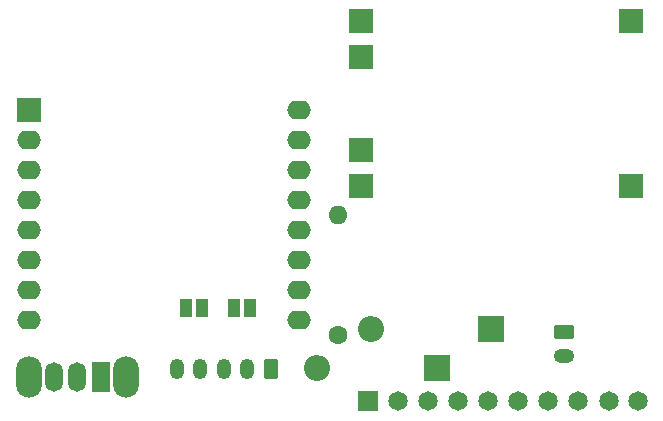
<source format=gbs>
%TF.GenerationSoftware,KiCad,Pcbnew,(6.0.2)*%
%TF.CreationDate,2022-02-27T07:15:14-05:00*%
%TF.ProjectId,breakout_slime,62726561-6b6f-4757-945f-736c696d652e,0.1*%
%TF.SameCoordinates,Original*%
%TF.FileFunction,Soldermask,Bot*%
%TF.FilePolarity,Negative*%
%FSLAX46Y46*%
G04 Gerber Fmt 4.6, Leading zero omitted, Abs format (unit mm)*
G04 Created by KiCad (PCBNEW (6.0.2)) date 2022-02-27 07:15:14*
%MOMM*%
%LPD*%
G01*
G04 APERTURE LIST*
G04 Aperture macros list*
%AMRoundRect*
0 Rectangle with rounded corners*
0 $1 Rounding radius*
0 $2 $3 $4 $5 $6 $7 $8 $9 X,Y pos of 4 corners*
0 Add a 4 corners polygon primitive as box body*
4,1,4,$2,$3,$4,$5,$6,$7,$8,$9,$2,$3,0*
0 Add four circle primitives for the rounded corners*
1,1,$1+$1,$2,$3*
1,1,$1+$1,$4,$5*
1,1,$1+$1,$6,$7*
1,1,$1+$1,$8,$9*
0 Add four rect primitives between the rounded corners*
20,1,$1+$1,$2,$3,$4,$5,0*
20,1,$1+$1,$4,$5,$6,$7,0*
20,1,$1+$1,$6,$7,$8,$9,0*
20,1,$1+$1,$8,$9,$2,$3,0*%
G04 Aperture macros list end*
%ADD10C,1.600000*%
%ADD11O,1.600000X1.600000*%
%ADD12C,1.651000*%
%ADD13R,1.651000X1.651000*%
%ADD14R,2.000000X2.000000*%
%ADD15O,2.000000X1.600000*%
%ADD16R,2.200000X2.200000*%
%ADD17O,2.200000X2.200000*%
%ADD18R,1.000000X1.500000*%
%ADD19RoundRect,0.250000X0.350000X0.625000X-0.350000X0.625000X-0.350000X-0.625000X0.350000X-0.625000X0*%
%ADD20O,1.200000X1.750000*%
%ADD21O,2.200000X3.500000*%
%ADD22R,1.500000X2.500000*%
%ADD23O,1.500000X2.500000*%
%ADD24RoundRect,0.250000X-0.625000X0.350000X-0.625000X-0.350000X0.625000X-0.350000X0.625000X0.350000X0*%
%ADD25O,1.750000X1.200000*%
G04 APERTURE END LIST*
D10*
%TO.C,R1*%
X76816520Y-57258520D03*
D11*
X76816520Y-47098520D03*
%TD*%
D12*
%TO.C,U3*%
X89506048Y-62860980D03*
X102206048Y-62860980D03*
X92046048Y-62860980D03*
X99793048Y-62860980D03*
D13*
X79346048Y-62860980D03*
D12*
X81886048Y-62860980D03*
X84426048Y-62860980D03*
X86966048Y-62860980D03*
X94586048Y-62860980D03*
X97126048Y-62860980D03*
%TD*%
D14*
%TO.C,U2*%
X50631520Y-38208520D03*
D15*
X50631520Y-40748520D03*
X50631520Y-43288520D03*
X50631520Y-45828520D03*
X50631520Y-48368520D03*
X50631520Y-50908520D03*
X50631520Y-53448520D03*
X50631520Y-55988520D03*
X73491520Y-55988520D03*
X73491520Y-53448520D03*
X73491520Y-50908520D03*
X73491520Y-48368520D03*
X73491520Y-45828520D03*
X73491520Y-43288520D03*
X73491520Y-40748520D03*
X73491520Y-38208520D03*
%TD*%
D14*
%TO.C,U1*%
X101641026Y-44670590D03*
X101641026Y-30700590D03*
X78781026Y-30700590D03*
X78781026Y-33748590D03*
X78781026Y-41622590D03*
X78781026Y-44670590D03*
%TD*%
D16*
%TO.C,D2*%
X89770520Y-56750520D03*
D17*
X79610520Y-56750520D03*
%TD*%
D18*
%TO.C,JP2*%
X65274520Y-54972520D03*
X63974520Y-54972520D03*
%TD*%
%TO.C,JP1*%
X69338520Y-54972520D03*
X68038520Y-54972520D03*
%TD*%
D19*
%TO.C,J1*%
X71164520Y-60142520D03*
D20*
X69164520Y-60142520D03*
X67164520Y-60142520D03*
X65164520Y-60142520D03*
X63164520Y-60142520D03*
%TD*%
D16*
%TO.C,D1*%
X85198520Y-60052520D03*
D17*
X75038520Y-60052520D03*
%TD*%
D21*
%TO.C,SW1*%
X58850520Y-60814520D03*
X50650520Y-60814520D03*
D22*
X56750520Y-60814520D03*
D23*
X54750520Y-60814520D03*
X52750520Y-60814520D03*
%TD*%
D24*
%TO.C,BT1*%
X95956520Y-57020520D03*
D25*
X95956520Y-59020520D03*
%TD*%
M02*

</source>
